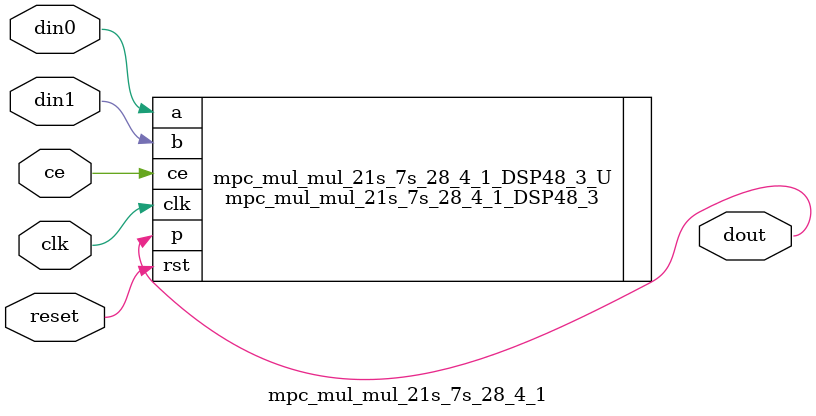
<source format=v>
module mpc_mul_mul_21s_7s_28_4_1(
    clk,
    reset,
    ce,
    din0,
    din1,
    dout);

parameter ID = 32'd1;
parameter NUM_STAGE = 32'd1;
parameter din0_WIDTH = 32'd1;
parameter din1_WIDTH = 32'd1;
parameter dout_WIDTH = 32'd1;
input clk;
input reset;
input ce;
input[din0_WIDTH - 1:0] din0;
input[din1_WIDTH - 1:0] din1;
output[dout_WIDTH - 1:0] dout;



mpc_mul_mul_21s_7s_28_4_1_DSP48_3 mpc_mul_mul_21s_7s_28_4_1_DSP48_3_U(
    .clk( clk ),
    .rst( reset ),
    .ce( ce ),
    .a( din0 ),
    .b( din1 ),
    .p( dout ));

endmodule

</source>
